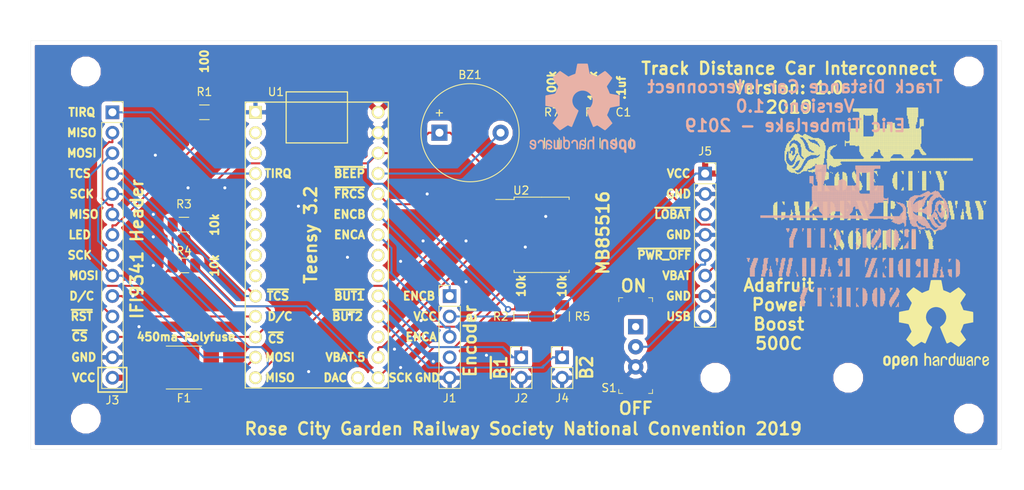
<source format=kicad_pcb>
(kicad_pcb (version 20171130) (host pcbnew "(5.0.2-5)-5")
  (title_block (title "Train Distance Car Interconnect") (date 2019-02-23) (rev v1.0) (company "Timberlake Hobbies") (comment 2 https://creativecommons.org/licenses/by/4.0/) (comment 3 "License: CC BY 4.0") (comment 4 "Author: Eric Timberlake"))
  (layers (0 F.Cu signal) (31 B.Cu signal) (34 B.Paste user hide) (35 F.Paste user hide) (36 B.SilkS user hide) (37 F.SilkS user) (38 B.Mask user) (39 F.Mask user) (44 Edge.Cuts user))
  (net 0 "")
  (net 1 +3V3)
  (net 2 "Net-(BZ1-Pad2)")
  (net 3 VBAT.5)
  (net 4 GND)
  (net 5 "Net-(F1-Pad1)")
  (net 6 +5V)
  (net 7 ENC-B)
  (net 8 ENC-A)
  (net 9 "Net-(J1-Pad4)")
  (net 10 ~BUTTON1)
  (net 11 TIRQ)
  (net 12 MISO)
  (net 13 MOSI)
  (net 14 TCS)
  (net 15 SCK)
  (net 16 "Net-(J3-Pad7)")
  (net 17 DnC)
  (net 18 CS)
  (net 19 ~BUTTON2)
  (net 20 ~LOBAT)
  (net 21 ~PWR_OFF)
  (net 22 VBAT)
  (net 23 "Net-(J5-Pad8)")
  (net 24 "Net-(U1-Pad19)")
  (net 25 "Net-(U1-Pad22)")
  (net 26 "Net-(U1-Pad25)")
  (net 27 "Net-(U1-Pad26)")
  (net 28 ~FRCS)
  (net 29 "Net-(U1-Pad9)")
  (net 30 "Net-(U1-Pad8)")
  (net 31 "Net-(U1-Pad7)")
  (net 32 "Net-(U1-Pad6)")
  (net 33 "Net-(U1-Pad5)")
  (net 34 "Net-(U1-Pad3)")
  (net 35 "Net-(U1-Pad2)")
  (net 36 "Net-(U2-Pad3)")
  (net 37 "Net-(U2-Pad7)")
  (net 38 "Net-(S1-Pad1)")
  (module teensy:Teensy30_31_32_LC_audio_only (layer F.Cu) (at 92.71 88.9 270)
    (fp_text reference U1 (at -19.05 5.08) (layer F.SilkS))
    (fp_text value Teensy3.2)
    (pad 19 thru_hole circle (at 16.51 -5.08 270) (size 1.6 1.6) (drill 1.1) (layers *.Cu *.Mask F.SilkS) (net 24 "Net-(U1-Pad19)"))
    (pad 20 thru_hole circle (at 16.51 -7.62 270) (size 1.6 1.6) (drill 1.1) (layers *.Cu *.Mask F.SilkS) (net 15 SCK))
    (pad 14 thru_hole circle (at 16.51 7.62 270) (size 1.6 1.6) (drill 1.1) (layers *.Cu *.Mask F.SilkS) (net 12 MISO))
    (pad 21 thru_hole circle (at 13.97 -7.62 270) (size 1.6 1.6) (drill 1.1) (layers *.Cu *.Mask F.SilkS) (net 3 VBAT.5))
    (pad 22 thru_hole circle (at 11.43 -7.62 270) (size 1.6 1.6) (drill 1.1) (layers *.Cu *.Mask F.SilkS) (net 25 "Net-(U1-Pad22)"))
    (pad 23 thru_hole circle (at 8.89 -7.62 270) (size 1.6 1.6) (drill 1.1) (layers *.Cu *.Mask F.SilkS) (net 19 ~BUTTON2))
    (pad 24 thru_hole circle (at 6.35 -7.62 270) (size 1.6 1.6) (drill 1.1) (layers *.Cu *.Mask F.SilkS) (net 10 ~BUTTON1))
    (pad 25 thru_hole circle (at 3.81 -7.62 270) (size 1.6 1.6) (drill 1.1) (layers *.Cu *.Mask F.SilkS) (net 26 "Net-(U1-Pad25)"))
    (pad 26 thru_hole circle (at 1.27 -7.62 270) (size 1.6 1.6) (drill 1.1) (layers *.Cu *.Mask F.SilkS) (net 27 "Net-(U1-Pad26)"))
    (pad 27 thru_hole circle (at -1.27 -7.62 270) (size 1.6 1.6) (drill 1.1) (layers *.Cu *.Mask F.SilkS) (net 8 ENC-A))
    (pad 28 thru_hole circle (at -3.81 -7.62 270) (size 1.6 1.6) (drill 1.1) (layers *.Cu *.Mask F.SilkS) (net 7 ENC-B))
    (pad 29 thru_hole circle (at -6.35 -7.62 270) (size 1.6 1.6) (drill 1.1) (layers *.Cu *.Mask F.SilkS) (net 28 ~FRCS))
    (pad 30 thru_hole circle (at -8.89 -7.62 270) (size 1.6 1.6) (drill 1.1) (layers *.Cu *.Mask F.SilkS) (net 2 "Net-(BZ1-Pad2)"))
    (pad 31 thru_hole circle (at -11.43 -7.62 270) (size 1.6 1.6) (drill 1.1) (layers *.Cu *.Mask F.SilkS) (net 1 +3V3))
    (pad 32 thru_hole circle (at -13.97 -7.62 270) (size 1.6 1.6) (drill 1.1) (layers *.Cu *.Mask F.SilkS) (net 4 GND))
    (pad 33 thru_hole circle (at -16.51 -7.62 270) (size 1.6 1.6) (drill 1.1) (layers *.Cu *.Mask F.SilkS) (net 6 +5V))
    (pad 13 thru_hole circle (at 13.97 7.62 270) (size 1.6 1.6) (drill 1.1) (layers *.Cu *.Mask F.SilkS) (net 13 MOSI))
    (pad 12 thru_hole circle (at 11.43 7.62 270) (size 1.6 1.6) (drill 1.1) (layers *.Cu *.Mask F.SilkS) (net 18 CS))
    (pad 11 thru_hole circle (at 8.89 7.62 270) (size 1.6 1.6) (drill 1.1) (layers *.Cu *.Mask F.SilkS) (net 17 DnC))
    (pad 10 thru_hole circle (at 6.35 7.62 270) (size 1.6 1.6) (drill 1.1) (layers *.Cu *.Mask F.SilkS) (net 14 TCS))
    (pad 9 thru_hole circle (at 3.81 7.62 270) (size 1.6 1.6) (drill 1.1) (layers *.Cu *.Mask F.SilkS) (net 29 "Net-(U1-Pad9)"))
    (pad 8 thru_hole circle (at 1.27 7.62 270) (size 1.6 1.6) (drill 1.1) (layers *.Cu *.Mask F.SilkS) (net 30 "Net-(U1-Pad8)"))
    (pad 7 thru_hole circle (at -1.27 7.62 270) (size 1.6 1.6) (drill 1.1) (layers *.Cu *.Mask F.SilkS) (net 31 "Net-(U1-Pad7)"))
    (pad 6 thru_hole circle (at -3.81 7.62 270) (size 1.6 1.6) (drill 1.1) (layers *.Cu *.Mask F.SilkS) (net 32 "Net-(U1-Pad6)"))
    (pad 5 thru_hole circle (at -6.35 7.62 270) (size 1.6 1.6) (drill 1.1) (layers *.Cu *.Mask F.SilkS) (net 33 "Net-(U1-Pad5)"))
    (pad 4 thru_hole circle (at -8.89 7.62 270) (size 1.6 1.6) (drill 1.1) (layers *.Cu *.Mask F.SilkS) (net 11 TIRQ))
    (pad 3 thru_hole circle (at -11.43 7.62 270) (size 1.6 1.6) (drill 1.1) (layers *.Cu *.Mask F.SilkS) (net 34 "Net-(U1-Pad3)"))
    (pad 2 thru_hole circle (at -13.97 7.62 270) (size 1.6 1.6) (drill 1.1) (layers *.Cu *.Mask F.SilkS) (net 35 "Net-(U1-Pad2)"))
    (pad 1 thru_hole rect (at -16.51 7.62 270) (size 1.6 1.6) (drill 1.1) (layers *.Cu *.Mask F.SilkS) (net 4 GND))
  )
  (module Capacitor_SMD:C_1206_3216Metric (layer F.Cu) (at 130.81 76.2 90)
    (fp_text reference C1 (at 3.81 0 180) (layer F.SilkS))
    (fp_text value .1uf)
    (pad 1 smd roundrect (at -1.4 0 90) (size 1.25 1.75) (layers F.Cu F.Paste F.Mask) (roundrect_rratio 0.2) (net 3 VBAT.5))
    (pad 2 smd roundrect (at 1.4 0 90) (size 1.25 1.75) (layers F.Cu F.Paste F.Mask) (roundrect_rratio 0.2) (net 4 GND))
  )
  (module Fuse:Fuse_2920_7451Metric (layer F.Cu) (at 76.2 104.14)
    (fp_text reference F1 (at 0 3.81) (layer F.SilkS))
    (fp_text value "450mA Polyfuse")
    (pad 1 smd roundrect (at -3.3875 0) (size 1.925 5.45) (layers F.Cu F.Paste F.Mask) (roundrect_rratio 0.12987) (net 5 "Net-(F1-Pad1)"))
    (pad 2 smd roundrect (at 3.3875 0) (size 1.925 5.45) (layers F.Cu F.Paste F.Mask) (roundrect_rratio 0.12987) (net 6 +5V))
  )
  (module Connector_PinHeader_2.54mm:PinHeader_1x05_P2.54mm_Vertical (layer F.Cu) (at 109.22 95.25)
    (fp_text reference J1 (at 0 12.7) (layer F.SilkS))
    (fp_text value "Encoder Header")
    (pad 1 thru_hole rect (at 0 0) (size 1.7 1.7) (drill 1) (layers *.Cu *.Mask) (net 7 ENC-B))
    (pad 2 thru_hole oval (at 0 2.54) (size 1.7 1.7) (drill 1) (layers *.Cu *.Mask) (net 6 +5V))
    (pad 3 thru_hole oval (at 0 5.08) (size 1.7 1.7) (drill 1) (layers *.Cu *.Mask) (net 8 ENC-A))
    (pad 4 thru_hole oval (at 0 7.62) (size 1.7 1.7) (drill 1) (layers *.Cu *.Mask) (net 9 "Net-(J1-Pad4)"))
    (pad 5 thru_hole oval (at 0 10.16) (size 1.7 1.7) (drill 1) (layers *.Cu *.Mask) (net 4 GND))
  )
  (module Connector_PinHeader_2.54mm:PinHeader_1x02_P2.54mm_Vertical (layer F.Cu) (at 118.11 102.87)
    (fp_text reference J2 (at 0 5.08) (layer F.SilkS))
    (fp_text value "Button Header")
    (pad 2 thru_hole oval (at 0 2.54) (size 1.7 1.7) (drill 1) (layers *.Cu *.Mask) (net 4 GND))
    (pad 1 thru_hole rect (at 0 0) (size 1.7 1.7) (drill 1) (layers *.Cu *.Mask) (net 10 ~BUTTON1))
  )
  (module Connector_PinSocket_2.54mm:PinSocket_1x14_P2.54mm_Vertical (layer F.Cu) (at 67.31 72.39)
    (fp_text reference J3 (at 0 35.814) (layer F.SilkS))
    (fp_text value "IFI9431 Header")
    (pad 1 thru_hole rect (at 0 0) (size 1.7 1.7) (drill 1) (layers *.Cu *.Mask) (net 11 TIRQ))
    (pad 2 thru_hole oval (at 0 2.54) (size 1.7 1.7) (drill 1) (layers *.Cu *.Mask) (net 12 MISO))
    (pad 3 thru_hole oval (at 0 5.08) (size 1.7 1.7) (drill 1) (layers *.Cu *.Mask) (net 13 MOSI))
    (pad 4 thru_hole oval (at 0 7.62) (size 1.7 1.7) (drill 1) (layers *.Cu *.Mask) (net 14 TCS))
    (pad 5 thru_hole oval (at 0 10.16) (size 1.7 1.7) (drill 1) (layers *.Cu *.Mask) (net 15 SCK))
    (pad 6 thru_hole oval (at 0 12.7) (size 1.7 1.7) (drill 1) (layers *.Cu *.Mask) (net 12 MISO))
    (pad 7 thru_hole oval (at 0 15.24) (size 1.7 1.7) (drill 1) (layers *.Cu *.Mask) (net 16 "Net-(J3-Pad7)"))
    (pad 8 thru_hole oval (at 0 17.78) (size 1.7 1.7) (drill 1) (layers *.Cu *.Mask) (net 15 SCK))
    (pad 9 thru_hole oval (at 0 20.32) (size 1.7 1.7) (drill 1) (layers *.Cu *.Mask) (net 13 MOSI))
    (pad 10 thru_hole oval (at 0 22.86) (size 1.7 1.7) (drill 1) (layers *.Cu *.Mask) (net 17 DnC))
    (pad 11 thru_hole oval (at 0 25.4) (size 1.7 1.7) (drill 1) (layers *.Cu *.Mask) (net 1 +3V3))
    (pad 12 thru_hole oval (at 0 27.94) (size 1.7 1.7) (drill 1) (layers *.Cu *.Mask) (net 18 CS))
    (pad 13 thru_hole oval (at 0 30.48) (size 1.7 1.7) (drill 1) (layers *.Cu *.Mask) (net 4 GND))
    (pad 14 thru_hole oval (at 0 33.02) (size 1.7 1.7) (drill 1) (layers *.Cu *.Mask) (net 5 "Net-(F1-Pad1)"))
  )
  (module Connector_PinHeader_2.54mm:PinHeader_1x02_P2.54mm_Vertical (layer F.Cu) (at 123.19 102.87)
    (fp_text reference J4 (at 0 5.08) (layer F.SilkS))
    (fp_text value "Button Header")
    (pad 1 thru_hole rect (at 0 0) (size 1.7 1.7) (drill 1) (layers *.Cu *.Mask) (net 19 ~BUTTON2))
    (pad 2 thru_hole oval (at 0 2.54) (size 1.7 1.7) (drill 1) (layers *.Cu *.Mask) (net 4 GND))
  )
  (module Connector_PinSocket_2.54mm:PinSocket_1x08_P2.54mm_Vertical (layer F.Cu) (at 140.97 80.01)
    (fp_text reference J5 (at 0 -2.77) (layer F.SilkS))
    (fp_text value "Adafruit 500C Header")
    (pad 1 thru_hole rect (at 0 0) (size 1.7 1.7) (drill 1) (layers *.Cu *.Mask) (net 6 +5V))
    (pad 2 thru_hole oval (at 0 2.54) (size 1.7 1.7) (drill 1) (layers *.Cu *.Mask) (net 4 GND))
    (pad 3 thru_hole oval (at 0 5.08) (size 1.7 1.7) (drill 1) (layers *.Cu *.Mask) (net 20 ~LOBAT))
    (pad 4 thru_hole oval (at 0 7.62) (size 1.7 1.7) (drill 1) (layers *.Cu *.Mask) (net 4 GND))
    (pad 5 thru_hole oval (at 0 10.16) (size 1.7 1.7) (drill 1) (layers *.Cu *.Mask) (net 21 ~PWR_OFF))
    (pad 6 thru_hole oval (at 0 12.7) (size 1.7 1.7) (drill 1) (layers *.Cu *.Mask) (net 22 VBAT))
    (pad 7 thru_hole oval (at 0 15.24) (size 1.7 1.7) (drill 1) (layers *.Cu *.Mask) (net 4 GND))
    (pad 8 thru_hole oval (at 0 17.78) (size 1.7 1.7) (drill 1) (layers *.Cu *.Mask) (net 23 "Net-(J5-Pad8)"))
  )
  (module Resistor_SMD:R_1206_3216Metric (layer F.Cu) (at 78.74 72.39 180)
    (fp_text reference R1 (at 0 2.54 180) (layer F.SilkS))
    (fp_text value 100)
    (pad 1 smd roundrect (at -1.4 0 180) (size 1.25 1.75) (layers F.Cu F.Paste F.Mask) (roundrect_rratio 0.2) (net 6 +5V))
    (pad 2 smd roundrect (at 1.4 0 180) (size 1.25 1.75) (layers F.Cu F.Paste F.Mask) (roundrect_rratio 0.2) (net 16 "Net-(J3-Pad7)"))
  )
  (module Resistor_SMD:R_1206_3216Metric (layer F.Cu) (at 118.11 97.79 270)
    (fp_text reference R2 (at 0 2.54) (layer F.SilkS))
    (fp_text value 10k)
    (pad 1 smd roundrect (at -1.4 0 270) (size 1.25 1.75) (layers F.Cu F.Paste F.Mask) (roundrect_rratio 0.2) (net 1 +3V3))
    (pad 2 smd roundrect (at 1.4 0 270) (size 1.25 1.75) (layers F.Cu F.Paste F.Mask) (roundrect_rratio 0.2) (net 10 ~BUTTON1))
  )
  (module Resistor_SMD:R_1206_3216Metric (layer F.Cu) (at 76.2 86.36)
    (fp_text reference R3 (at 0 -2.54) (layer F.SilkS))
    (fp_text value 10k)
    (pad 2 smd roundrect (at 1.4 0) (size 1.25 1.75) (layers F.Cu F.Paste F.Mask) (roundrect_rratio 0.2) (net 14 TCS))
    (pad 1 smd roundrect (at -1.4 0) (size 1.25 1.75) (layers F.Cu F.Paste F.Mask) (roundrect_rratio 0.2) (net 1 +3V3))
  )
  (module Resistor_SMD:R_1206_3216Metric (layer F.Cu) (at 76.2 91.44)
    (fp_text reference R4 (at 0 -1.82) (layer F.SilkS))
    (fp_text value 10k)
    (pad 1 smd roundrect (at -1.4 0) (size 1.25 1.75) (layers F.Cu F.Paste F.Mask) (roundrect_rratio 0.2) (net 1 +3V3))
    (pad 2 smd roundrect (at 1.4 0) (size 1.25 1.75) (layers F.Cu F.Paste F.Mask) (roundrect_rratio 0.2) (net 18 CS))
  )
  (module Resistor_SMD:R_1206_3216Metric (layer F.Cu) (at 123.19 97.79 270)
    (fp_text reference R5 (at 0 -2.54) (layer F.SilkS))
    (fp_text value 10k)
    (pad 2 smd roundrect (at 1.4 0 270) (size 1.25 1.75) (layers F.Cu F.Paste F.Mask) (roundrect_rratio 0.2) (net 19 ~BUTTON2))
    (pad 1 smd roundrect (at -1.4 0 270) (size 1.25 1.75) (layers F.Cu F.Paste F.Mask) (roundrect_rratio 0.2) (net 1 +3V3))
  )
  (module Resistor_SMD:R_1206_3216Metric (layer F.Cu) (at 127 76.2 270)
    (fp_text reference R6 (at -3.81 0) (layer F.SilkS))
    (fp_text value 100k)
    (pad 2 smd roundrect (at 1.4 0 270) (size 1.25 1.75) (layers F.Cu F.Paste F.Mask) (roundrect_rratio 0.2) (net 3 VBAT.5))
    (pad 1 smd roundrect (at -1.4 0 270) (size 1.25 1.75) (layers F.Cu F.Paste F.Mask) (roundrect_rratio 0.2) (net 22 VBAT))
  )
  (module Resistor_SMD:R_1206_3216Metric (layer F.Cu) (at 121.92 76.2 90)
    (fp_text reference R7 (at 3.81 0 180) (layer F.SilkS))
    (fp_text value 100k)
    (pad 1 smd roundrect (at -1.4 0 90) (size 1.25 1.75) (layers F.Cu F.Paste F.Mask) (roundrect_rratio 0.2) (net 3 VBAT.5))
    (pad 2 smd roundrect (at 1.4 0 90) (size 1.25 1.75) (layers F.Cu F.Paste F.Mask) (roundrect_rratio 0.2) (net 4 GND))
  )
  (module Package_SO:SOP-8_6.62x9.15mm_P2.54mm (layer F.Cu) (at 120.65 87.63)
    (fp_text reference U2 (at -2.54 -5.52) (layer F.SilkS))
    (fp_text value MB85RS16)
    (pad 1 smd roundrect (at -4.525 -3.81) (size 2.35 0.65) (layers F.Cu F.Paste F.Mask) (net 28 ~FRCS))
    (pad 2 smd roundrect (at -4.525 -1.27) (size 2.35 0.65) (layers F.Cu F.Paste F.Mask) (net 12 MISO))
    (pad 3 smd roundrect (at -4.525 1.27) (size 2.35 0.65) (layers F.Cu F.Paste F.Mask) (net 36 "Net-(U2-Pad3)"))
    (pad 4 smd roundrect (at -4.525 3.81) (size 2.35 0.65) (layers F.Cu F.Paste F.Mask) (net 4 GND))
    (pad 5 smd roundrect (at 4.525 3.81) (size 2.35 0.65) (layers F.Cu F.Paste F.Mask) (net 13 MOSI))
    (pad 6 smd roundrect (at 4.525 1.27) (size 2.35 0.65) (layers F.Cu F.Paste F.Mask) (net 15 SCK))
    (pad 7 smd roundrect (at 4.525 -1.27) (size 2.35 0.65) (layers F.Cu F.Paste F.Mask) (net 37 "Net-(U2-Pad7)"))
    (pad 8 smd roundrect (at 4.525 -3.81) (size 2.35 0.65) (layers F.Cu F.Paste F.Mask) (net 1 +3V3))
  )
  (module digikey-footprints:Switch_Slide_11.6x4mm_EG1218 (layer F.Cu) (at 132.334 99.06 270)
    (fp_text reference S1 (at 7.62 3.302) (layer F.SilkS))
    (fp_text value EG1218)
    (pad 1 thru_hole rect (at 0 0 270) (size 1.9 1.9) (drill 0.9) (layers *.Cu *.Mask) (net 38 "Net-(S1-Pad1)"))
    (pad 2 thru_hole circle (at 2.5 0 270) (size 1.9 1.9) (drill 0.9) (layers *.Cu *.Mask) (net 21 ~PWR_OFF))
    (pad 3 thru_hole circle (at 5 0 270) (size 1.9 1.9) (drill 0.9) (layers *.Cu *.Mask) (net 4 GND))
  )
  (module Buzzer_Beeper:Buzzer_12x9.5RM7.6 (layer F.Cu) (at 107.95 74.93)
    (fp_text reference BZ1 (at 3.8 -7.2) (layer F.SilkS))
    (fp_text value Buzzer)
    (fp_text user + (at -0.01 -2.54) (layer F.SilkS))
    (pad 1 thru_hole rect (at 0 0) (size 2 2) (drill 1) (layers *.Cu *.Mask) (net 1 +3V3))
    (pad 2 thru_hole circle (at 7.6 0) (size 2 2) (drill 1) (layers *.Cu *.Mask) (net 2 "Net-(BZ1-Pad2)"))
  )
  (module MountingHole:MountingHole_2.7mm_M2.5 (layer F.Cu) (at 64.008 67.31)
    (fp_text reference H1 hide)
    (fp_text value hole hide)
    (pad 1 np_thru_hole circle (at 0 0) (size 2.7 2.7) (drill 2.7) (layers *.Cu *.Mask))
  )
  (module MountingHole:MountingHole_2.7mm_M2.5 (layer F.Cu) (at 64.008 110.49)
    (fp_text reference H2 hide)
    (fp_text value hole hide)
    (pad 1 np_thru_hole circle (at 0 0) (size 2.7 2.7) (drill 2.7) (layers *.Cu *.Mask))
  )
  (module MountingHole:MountingHole_2.7mm_M2.5 (layer F.Cu) (at 142.24 105.41)
    (fp_text reference H3 hide)
    (fp_text value hole hide)
    (pad 1 np_thru_hole circle (at 0 0) (size 2.7 2.7) (drill 2.7) (layers *.Cu *.Mask))
  )
  (module MountingHole:MountingHole_2.7mm_M2.5 (layer F.Cu) (at 158.75 105.41)
    (fp_text reference H4 hide)
    (fp_text value hole hide)
    (pad 1 np_thru_hole circle (at 0 0) (size 2.7 2.7) (drill 2.7) (layers *.Cu *.Mask))
  )
  (module MountingHole:MountingHole_2.7mm_M2.5 (layer F.Cu) (at 173.736 67.31)
    (fp_text reference H5 hide)
    (fp_text value hole hide)
    (pad 1 np_thru_hole circle (at 0 0) (size 2.7 2.7) (drill 2.7) (layers *.Cu *.Mask))
  )
  (module MountingHole:MountingHole_2.7mm_M2.5 (layer F.Cu) (at 173.736 110.49)
    (fp_text reference H6 hide)
    (fp_text value hole hide)
    (pad 1 np_thru_hole circle (at 0 0) (size 2.7 2.7) (drill 2.7) (layers *.Cu *.Mask))
  )
  (module Symbol:OSHW-Logo2_14.6x12mm_SilkScreen (layer B.Cu) (at 125.73 71.882 180)
    (fp_text reference REF** hide)
    (fp_text value OSHW-Logo2_14.6x12mm_SilkScreen hide)
  )
  (module Symbol:OSHW-Logo2_14.6x12mm_SilkScreen (layer F.Cu) (at 169.672 98.806)
    (fp_text reference REF** hide)
    (fp_text value OSHW-Logo2_14.6x12mm_SilkScreen hide)
  )
  (module teensy:RCGRS_sm (layer F.Cu) (at 148.336 70.104)
    (fp_text reference RCGRS_sm hide)
    (fp_text value "" (at 0 0) (layer F.SilkS) (effects (font (size 1.27 1.27))))
  )
  (module teensy:RCGRS_sm (layer B.Cu) (at 173.736 77.216 180)
    (fp_text reference RCGRS_sm hide)
    (fp_text value "" (at 0 0 180) (layer B.SilkS) (effects (font (size 1.27 1.27)) (justify mirror)))
  )
  (gr_text VBAT.5 (at 96.266 102.87) (layer F.SilkS) (effects (font (size 1 1) (thickness 0.25))))
  (gr_text USB (at 137.668 97.79) (layer F.SilkS) (effects (font (size 1 1) (thickness 0.25))))
  (gr_text GND (at 137.668 95.25) (layer F.SilkS) (effects (font (size 1 1) (thickness 0.25))))
  (gr_text VBAT (at 137.414 92.71) (layer F.SilkS) (effects (font (size 1 1) (thickness 0.25))))
  (gr_text ~PWR_OFF (at 135.89 90.17) (layer F.SilkS) (effects (font (size 1 1) (thickness 0.25))))
  (gr_text GND (at 137.668 87.63) (layer F.SilkS) (effects (font (size 1 1) (thickness 0.25))))
  (gr_text ~LOBAT (at 136.906 85.09) (layer F.SilkS) (effects (font (size 1 1) (thickness 0.25))))
  (gr_text GND (at 137.668 82.55) (layer F.SilkS) (effects (font (size 1 1) (thickness 0.25))))
  (gr_text VCC (at 137.668 80.01) (layer F.SilkS) (effects (font (size 1 1) (thickness 0.25))))
  (gr_text ~BEEP (at 96.774 80.01) (layer F.SilkS) (effects (font (size 1 1) (thickness 0.25))))
  (gr_text ~FRCS (at 96.774 82.55) (layer F.SilkS) (effects (font (size 1 1) (thickness 0.25))))
  (gr_text GND (at 106.426 105.41) (layer F.SilkS) (effects (font (size 1 1) (thickness 0.25))))
  (gr_text VCC (at 106.172 97.79) (layer F.SilkS) (effects (font (size 1 1) (thickness 0.25))))
  (gr_text ENCA (at 105.664 100.33) (layer F.SilkS) (effects (font (size 1 1) (thickness 0.25))))
  (gr_text ENCB (at 105.41 95.25) (layer F.SilkS) (effects (font (size 1 1) (thickness 0.25))))
  (gr_text ENCB (at 96.774 85.09) (layer F.SilkS) (effects (font (size 1 1) (thickness 0.25))))
  (gr_text ENCA (at 96.774 87.63) (layer F.SilkS) (effects (font (size 1 1) (thickness 0.25))))
  (gr_text ~BUT2 (at 96.52 97.79) (layer F.SilkS) (effects (font (size 1 1) (thickness 0.25))))
  (gr_text ~BUT1 (at 96.774 95.25) (layer F.SilkS) (effects (font (size 1 1) (thickness 0.25))))
  (gr_text DAC (at 94.996 105.41) (layer F.SilkS) (effects (font (size 1 1) (thickness 0.25))))
  (gr_text SCK (at 103.124 105.41) (layer F.SilkS) (effects (font (size 1 1) (thickness 0.25))))
  (gr_text ~TCS (at 87.884 95.25) (layer F.SilkS) (effects (font (size 1 1) (thickness 0.25))))
  (gr_text D/C (at 88.138 97.79) (layer F.SilkS) (effects (font (size 1 1) (thickness 0.25))))
  (gr_text ~CS (at 87.63 100.584) (layer F.SilkS) (effects (font (size 1 1) (thickness 0.25))))
  (gr_text MOSI (at 88.138 102.87) (layer F.SilkS) (effects (font (size 1 1) (thickness 0.25))))
  (gr_text MISO (at 88.138 105.41) (layer F.SilkS) (effects (font (size 1 1) (thickness 0.25))))
  (gr_text TIRQ (at 87.884 80.01) (layer F.SilkS) (effects (font (size 1 1) (thickness 0.25))))
  (gr_text TIRQ (at 63.5 72.39) (layer F.SilkS) (effects (font (size 1 1) (thickness 0.25))))
  (gr_text MISO (at 63.5 74.93) (layer F.SilkS) (effects (font (size 1 1) (thickness 0.25))))
  (gr_text MOSI (at 63.5 77.47) (layer F.SilkS) (effects (font (size 1 1) (thickness 0.25))))
  (gr_text TCS (at 63.246 80.01) (layer F.SilkS) (effects (font (size 1 1) (thickness 0.25))))
  (gr_text SCK (at 63.5 82.55) (layer F.SilkS) (effects (font (size 1 1) (thickness 0.25))))
  (gr_text MISO (at 63.754 85.09) (layer F.SilkS) (effects (font (size 1 1) (thickness 0.25))))
  (gr_text LED (at 63.246 87.63) (layer F.SilkS) (effects (font (size 1 1) (thickness 0.25))))
  (gr_text SCK (at 63.246 90.17) (layer F.SilkS) (effects (font (size 1 1) (thickness 0.25))))
  (gr_text MOSI (at 63.754 92.71) (layer F.SilkS) (effects (font (size 1 1) (thickness 0.25))))
  (gr_text D/C (at 63.5 95.25) (layer F.SilkS) (effects (font (size 1 1) (thickness 0.25))))
  (gr_text ~RST (at 63.5 97.79) (layer F.SilkS) (effects (font (size 1 1) (thickness 0.25))))
  (gr_text ~CS (at 63.246 100.33) (layer F.SilkS) (effects (font (size 1 1) (thickness 0.25))))
  (gr_text GND (at 63.754 102.87) (layer F.SilkS) (effects (font (size 1 1) (thickness 0.25))))
  (gr_text VCC (at 63.754 105.41) (layer F.SilkS) (effects (font (size 1 1) (thickness 0.25))))
  (gr_line (start 65.532 107.188) (end 65.532 104.14) (layer F.SilkS) (width 0.2))
  (gr_line (start 69.088 107.188) (end 65.532 107.188) (layer F.SilkS) (width 0.2))
  (gr_line (start 69.088 104.14) (end 69.088 107.188) (layer F.SilkS) (width 0.2))
  (gr_line (start 65.532 104.14) (end 69.088 104.14) (layer F.SilkS) (width 0.2))
  (gr_text "450ma Polyfuse" (at 76.454 100.33) (layer F.SilkS) (effects (font (size 1 1) (thickness 0.25))))
  (gr_text 100 (at 78.74 66.04 90) (layer F.SilkS) (effects (font (size 1 1) (thickness 0.25))))
  (gr_text 10k (at 80.01 91.44 90) (layer F.SilkS) (effects (font (size 1 1) (thickness 0.25))))
  (gr_text 10k (at 80.01 86.36 90) (layer F.SilkS) (effects (font (size 1 1) (thickness 0.25))))
  (gr_text 10k (at 118.11 93.98 90) (layer F.SilkS) (effects (font (size 1 1) (thickness 0.25))))
  (gr_text 10k (at 123.19 93.98 90) (layer F.SilkS) (effects (font (size 1 1) (thickness 0.25))))
  (gr_text .1uf (at 130.556 69.342 90) (layer F.SilkS) (effects (font (size 1 1) (thickness 0.25))))
  (gr_text 100k (at 121.92 69.088 90) (layer F.SilkS) (effects (font (size 1 1) (thickness 0.25))))
  (gr_text 100k (at 127 69.088 90) (layer F.SilkS) (effects (font (size 1 1) (thickness 0.25))))
  (gr_text "Teensy 3.2" (at 91.948 87.63 90) (layer F.SilkS) (effects (font (size 1.5 1.5) (thickness 0.3))))
  (gr_text "IFI9341 Header" (at 70.358 89.408 90) (layer F.SilkS) (effects (font (size 1.5 1.5) (thickness 0.3))))
  (gr_text Encoder (at 111.76 100.838 90) (layer F.SilkS) (effects (font (size 1.5 1.5) (thickness 0.3))))
  (gr_text ~B2 (at 126.238 104.14 90) (layer F.SilkS) (effects (font (size 1.5 1.5) (thickness 0.3))))
  (gr_text ~B1 (at 115.57 104.14 90) (layer F.SilkS) (effects (font (size 1.5 1.5) (thickness 0.3))))
  (gr_text MB85516 (at 128.27 87.376 90) (layer F.SilkS) (effects (font (size 1.5 1.5) (thickness 0.3))))
  (gr_text "Adafruit\nPower\nBoost\n500C" (at 150.114 97.536) (layer F.SilkS) (effects (font (size 1.5 1.5) (thickness 0.3))))
  (gr_text "Track Distance Car Interconnect\nVersion: 1.0\n2019" (at 151.384 69.342) (layer F.SilkS) (effects (font (size 1.5 1.5) (thickness 0.3))))
  (gr_text "Rose City Garden Railway Society National Convention 2019" (at 118.364 111.76) (layer F.SilkS) (effects (font (size 1.5 1.5) (thickness 0.3))))
  (gr_text OFF (at 132.334 109.22) (layer F.SilkS) (effects (font (size 1.5 1.5) (thickness 0.3))))
  (gr_text ON (at 132.08 93.98) (layer F.SilkS) (effects (font (size 1.5 1.5) (thickness 0.3))))
  (gr_text "Track Distance Car Interconnect\nVersion:  1.0\nEric Timberlake - 2019" (at 152.146 71.628) (layer B.SilkS) (effects (font (size 1.5 1.5) (thickness 0.3)) (justify mirror)))
  (gr_line (start 177.8 114.3) (end 57.15 114.3) (layer Edge.Cuts) (width 0.0254))
  (gr_line (start 177.8 63.5) (end 177.8 114.3) (layer Edge.Cuts) (width 0.0254))
  (gr_line (start 57.15 63.5) (end 177.8 63.5) (layer Edge.Cuts) (width 0.0254))
  (gr_line (start 57.15 114.3) (end 57.15 63.5) (layer Edge.Cuts) (width 0.0254))
  (via (at 81.28 81.788) (size 0.762) (drill 0.381) (layers F.Cu B.Cu) (net 4))
  (segment (start 107.95 74.93) (end 109.2753 74.93) (width 0.25) (layer F.Cu) (net 1))
  (segment (start 125.175 83.82) (end 118.1653 83.82) (width 0.25) (layer F.Cu) (net 1))
  (segment (start 118.1653 83.82) (end 109.2753 74.93) (width 0.25) (layer F.Cu) (net 1))
  (segment (start 100.33 77.47) (end 99.06 78.74) (width 0.25) (layer F.Cu) (net 1))
  (segment (start 99.06 78.74) (end 82.42 78.74) (width 0.25) (layer F.Cu) (net 1))
  (segment (start 82.42 78.74) (end 74.8 86.36) (width 0.25) (layer F.Cu) (net 1))
  (segment (start 106.6247 74.93) (end 104.0847 77.47) (width 0.25) (layer F.Cu) (net 1))
  (segment (start 104.0847 77.47) (end 100.33 77.47) (width 0.25) (layer F.Cu) (net 1))
  (segment (start 74.8 91.44) (end 72.26 93.98) (width 0.25) (layer F.Cu) (net 1))
  (segment (start 72.26 93.98) (end 66.8893 93.98) (width 0.25) (layer F.Cu) (net 1))
  (segment (start 74.8 86.36) (end 74.8 91.44) (width 0.25) (layer F.Cu) (net 1))
  (segment (start 116.4832 96.8919) (end 117.6081 96.8919) (width 0.25) (layer F.Cu) (net 1))
  (segment (start 117.6081 96.8919) (end 118.11 96.39) (width 0.25) (layer F.Cu) (net 1))
  (segment (start 100.2047 77.47) (end 99.06 78.6147) (width 0.25) (layer B.Cu) (net 1))
  (segment (start 99.06 78.6147) (end 99.06 80.5313) (width 0.25) (layer B.Cu) (net 1))
  (segment (start 99.06 80.518) (end 99.8087 81.2667) (width 0.25) (layer B.Cu) (net 1))
  (segment (start 99.9007 81.28) (end 100.838 81.28) (width 0.25) (layer B.Cu) (net 1))
  (segment (start 100.8713 81.28) (end 116.4832 96.8919) (width 0.25) (layer B.Cu) (net 1))
  (segment (start 123.19 96.39) (end 118.11 96.39) (width 0.25) (layer F.Cu) (net 1))
  (segment (start 107.95 74.93) (end 106.6247 74.93) (width 0.25) (layer F.Cu) (net 1))
  (via (at 116.4832 96.8919) (size 0.8) (drill 0.4) (layers F.Cu B.Cu) (net 1))
  (segment (start 66.8893 93.98) (end 66.294 93.98) (width 0.254) (layer F.Cu) (net 1))
  (segment (start 66.294 93.98) (end 65.278 94.996) (width 0.254) (layer F.Cu) (net 1))
  (segment (start 65.278 94.996) (end 65.278 95.758) (width 0.254) (layer F.Cu) (net 1))
  (segment (start 65.278 95.758) (end 67.31 97.79) (width 0.254) (layer F.Cu) (net 1))
  (segment (start 100.33 80.01) (end 110.47 80.01) (width 0.25) (layer B.Cu) (net 2))
  (segment (start 110.47 80.01) (end 115.55 74.93) (width 0.25) (layer B.Cu) (net 2))
  (segment (start 115.0944 87.1796) (end 122.4287 87.1796) (width 0.25) (layer F.Cu) (net 3))
  (segment (start 125.8481 85.09) (end 127 83.9381) (width 0.25) (layer F.Cu) (net 3))
  (segment (start 127 83.9381) (end 127 77.6) (width 0.25) (layer F.Cu) (net 3))
  (segment (start 127 77.6) (end 130.81 77.6) (width 0.25) (layer F.Cu) (net 3))
  (segment (start 127 77.6) (end 121.92 77.6) (width 0.25) (layer F.Cu) (net 3))
  (segment (start 122.4287 87.16266) (end 122.428 87.16196) (width 0.254) (layer F.Cu) (net 3))
  (segment (start 122.4287 87.1796) (end 122.4287 87.16266) (width 0.254) (layer F.Cu) (net 3))
  (segment (start 122.428 87.16196) (end 122.428 87.122) (width 0.254) (layer F.Cu) (net 3))
  (segment (start 124.46 85.09) (end 124.714 85.09) (width 0.254) (layer F.Cu) (net 3))
  (segment (start 122.428 87.122) (end 124.46 85.09) (width 0.254) (layer F.Cu) (net 3))
  (segment (start 124.714 85.09) (end 125.8481 85.09) (width 0.25) (layer F.Cu) (net 3))
  (segment (start 124.5183 85.09) (end 124.714 85.09) (width 0.25) (layer F.Cu) (net 3))
  (segment (start 100.33 101.73863) (end 100.46863 101.6) (width 0.254) (layer F.Cu) (net 3))
  (segment (start 100.33 102.87) (end 100.33 101.73863) (width 0.254) (layer F.Cu) (net 3))
  (segment (start 100.46863 101.6) (end 100.838 101.6) (width 0.254) (layer F.Cu) (net 3))
  (segment (start 100.838 101.6) (end 107.696 94.742) (width 0.254) (layer F.Cu) (net 3))
  (segment (start 107.696 94.388198) (end 108.104198 93.98) (width 0.254) (layer F.Cu) (net 3))
  (segment (start 107.696 94.742) (end 107.696 94.388198) (width 0.254) (layer F.Cu) (net 3))
  (segment (start 115.0044 87.1796) (end 115.0944 87.1796) (width 0.254) (layer F.Cu) (net 3))
  (segment (start 108.204 93.98) (end 115.0044 87.1796) (width 0.254) (layer F.Cu) (net 3))
  (segment (start 108.104198 93.98) (end 108.204 93.98) (width 0.254) (layer F.Cu) (net 3))
  (segment (start 67.31 102.87) (end 68.4853 102.87) (width 0.25) (layer B.Cu) (net 4))
  (segment (start 109.22 105.41) (end 108.0447 105.41) (width 0.25) (layer B.Cu) (net 4))
  (via (at 70.612 99.06) (size 0.762) (drill 0.381) (layers F.Cu B.Cu) (net 4))
  (via (at 90.424 84.074) (size 0.762) (drill 0.381) (layers F.Cu B.Cu) (net 4))
  (via (at 96.52 90.424) (size 0.762) (drill 0.381) (layers F.Cu B.Cu) (net 4))
  (via (at 106.426 82.55) (size 0.762) (drill 0.381) (layers F.Cu B.Cu) (net 4))
  (via (at 103.124 104.14) (size 0.762) (drill 0.381) (layers F.Cu B.Cu) (net 4))
  (via (at 91.694 104.648) (size 0.762) (drill 0.381) (layers F.Cu B.Cu) (net 4))
  (via (at 69.85 95.25) (size 0.762) (drill 0.381) (layers F.Cu B.Cu) (net 4))
  (via (at 121.158 85.344) (size 0.762) (drill 0.381) (layers F.Cu B.Cu) (net 4))
  (via (at 118.618 89.154) (size 0.762) (drill 0.381) (layers F.Cu B.Cu) (net 4))
  (via (at 102.362 101.854) (size 0.762) (drill 0.381) (layers F.Cu B.Cu) (net 4))
  (via (at 96.774 97.536) (size 0.762) (drill 0.381) (layers F.Cu B.Cu) (net 4))
  (via (at 111.252 88.392) (size 0.762) (drill 0.381) (layers F.Cu B.Cu) (net 4))
  (via (at 111.252 93.472) (size 0.762) (drill 0.381) (layers F.Cu B.Cu) (net 4))
  (via (at 105.918 88.392) (size 0.762) (drill 0.381) (layers F.Cu B.Cu) (net 4))
  (via (at 103.124 90.932) (size 0.762) (drill 0.381) (layers F.Cu B.Cu) (net 4))
  (via (at 72.644 77.724) (size 0.762) (drill 0.381) (layers F.Cu B.Cu) (net 4))
  (via (at 76.708 81.788) (size 0.762) (drill 0.381) (layers F.Cu B.Cu) (net 4))
  (via (at 72.39 85.09) (size 0.762) (drill 0.381) (layers F.Cu B.Cu) (net 4))
  (via (at 72.39 87.884) (size 0.762) (drill 0.381) (layers F.Cu B.Cu) (net 4))
  (via (at 72.39 91.44) (size 0.762) (drill 0.381) (layers F.Cu B.Cu) (net 4))
  (via (at 105.664 98.298) (size 0.762) (drill 0.381) (layers F.Cu B.Cu) (net 4))
  (via (at 113.792 102.616) (size 0.762) (drill 0.381) (layers F.Cu B.Cu) (net 4))
  (via (at 107.188 103.378) (size 0.762) (drill 0.381) (layers F.Cu B.Cu) (net 4))
  (segment (start 71.5425 105.41) (end 72.8125 104.14) (width 0.762) (layer F.Cu) (net 5))
  (segment (start 67.31 105.41) (end 71.5425 105.41) (width 0.762) (layer F.Cu) (net 5))
  (segment (start 140.97 80.01) (end 139.7947 80.01) (width 0.25) (layer B.Cu) (net 6))
  (segment (start 139.7947 80.01) (end 122.0147 97.79) (width 0.25) (layer B.Cu) (net 6))
  (segment (start 122.0147 97.79) (end 109.22 97.79) (width 0.25) (layer B.Cu) (net 6))
  (segment (start 142.582 80.01) (end 140.97 80.01) (width 0.762) (layer F.Cu) (net 6))
  (segment (start 146.558 83.986) (end 142.582 80.01) (width 0.762) (layer F.Cu) (net 6))
  (segment (start 83.312 109.728) (end 143.764 109.728) (width 0.762) (layer F.Cu) (net 6))
  (segment (start 146.558 106.934) (end 146.558 83.986) (width 0.762) (layer F.Cu) (net 6))
  (segment (start 80.62071 107.03671) (end 83.312 109.728) (width 0.762) (layer F.Cu) (net 6))
  (segment (start 80.62071 105.17321) (end 80.62071 107.03671) (width 0.762) (layer F.Cu) (net 6))
  (segment (start 143.764 109.728) (end 146.558 106.934) (width 0.762) (layer F.Cu) (net 6))
  (segment (start 79.5875 104.14) (end 80.62071 105.17321) (width 0.762) (layer F.Cu) (net 6))
  (segment (start 80.14 72.39) (end 80.14 70.736) (width 0.762) (layer F.Cu) (net 6))
  (segment (start 80.14 70.736) (end 81.788 69.088) (width 0.762) (layer F.Cu) (net 6))
  (segment (start 97.028 69.088) (end 100.33 72.39) (width 0.762) (layer F.Cu) (net 6))
  (segment (start 81.788 69.088) (end 97.028 69.088) (width 0.762) (layer F.Cu) (net 6))
  (segment (start 136.144 69.342) (end 140.97 74.168) (width 0.762) (layer F.Cu) (net 6))
  (segment (start 140.97 74.168) (end 140.97 80.01) (width 0.762) (layer F.Cu) (net 6))
  (segment (start 103.378 69.342) (end 136.144 69.342) (width 0.762) (layer F.Cu) (net 6))
  (segment (start 100.33 72.39) (end 103.378 69.342) (width 0.762) (layer F.Cu) (net 6))
  (segment (start 100.33 85.09) (end 109.22 93.98) (width 0.25) (layer B.Cu) (net 7))
  (segment (start 109.22 93.98) (end 109.22 95.25) (width 0.25) (layer B.Cu) (net 7))
  (segment (start 100.33 87.63) (end 101.9924 89.2924) (width 0.25) (layer B.Cu) (net 8))
  (segment (start 108.8527 99.1547) (end 109.22 99.1547) (width 0.25) (layer B.Cu) (net 8))
  (segment (start 109.22 100.33) (end 109.22 99.1547) (width 0.25) (layer B.Cu) (net 8))
  (segment (start 108.458 98.9007) (end 108.712 99.1547) (width 0.25) (layer B.Cu) (net 8))
  (segment (start 108.8527 99.1547) (end 108.712 99.1547) (width 0.254) (layer B.Cu) (net 8))
  (segment (start 101.9924 91.694) (end 101.9924 92.4351) (width 0.254) (layer B.Cu) (net 8))
  (segment (start 101.9924 91.694) (end 101.9924 92.2944) (width 0.25) (layer B.Cu) (net 8))
  (segment (start 101.8517 92.2944) (end 102.0133 92.456) (width 0.25) (layer B.Cu) (net 8))
  (segment (start 101.9924 92.4351) (end 102.0133 92.456) (width 0.254) (layer B.Cu) (net 8))
  (segment (start 102.0133 92.456) (end 108.458 98.9007) (width 0.25) (layer B.Cu) (net 8))
  (segment (start 101.9924 89.2924) (end 101.9924 91.694) (width 0.25) (layer B.Cu) (net 8))
  (segment (start 118.11 102.87) (end 118.11 99.19) (width 0.25) (layer F.Cu) (net 10))
  (segment (start 118.11 102.87) (end 116.9347 102.87) (width 0.25) (layer B.Cu) (net 10))
  (segment (start 100.33 95.1553) (end 106.7747 101.6) (width 0.25) (layer B.Cu) (net 10))
  (segment (start 106.7747 101.6) (end 115.7594 101.6) (width 0.25) (layer B.Cu) (net 10))
  (segment (start 115.824 101.6) (end 116.9993 102.7753) (width 0.25) (layer B.Cu) (net 10))
  (segment (start 67.31 72.39) (end 72.136 72.39) (width 0.254) (layer B.Cu) (net 11))
  (segment (start 72.136 72.39) (end 79.756 80.01) (width 0.254) (layer B.Cu) (net 11))
  (segment (start 79.756 80.01) (end 85.09 80.01) (width 0.254) (layer B.Cu) (net 11))
  (segment (start 116.125 86.36) (end 110.1952 86.36) (width 0.25) (layer F.Cu) (net 12))
  (segment (start 110.1952 86.36) (end 102.7198 93.8354) (width 0.25) (layer F.Cu) (net 12))
  (segment (start 67.31 85.09) (end 67.31 83.9147) (width 0.25) (layer F.Cu) (net 12))
  (segment (start 67.31 74.93) (end 67.31 76.1053) (width 0.25) (layer F.Cu) (net 12))
  (segment (start 67.31 83.9147) (end 66.9427 83.9147) (width 0.25) (layer F.Cu) (net 12))
  (segment (start 66.802 83.9147) (end 65.9939 83.1066) (width 0.25) (layer F.Cu) (net 12))
  (segment (start 66.04 83.058) (end 66.04 76.9308) (width 0.25) (layer F.Cu) (net 12))
  (segment (start 66.04 76.9308) (end 66.9141 76.0567) (width 0.25) (layer F.Cu) (net 12))
  (segment (start 67.0087 76.1053) (end 67.31 76.1053) (width 0.25) (layer F.Cu) (net 12))
  (segment (start 102.7198 93.8354) (end 102.7198 93.98) (width 0.254) (layer F.Cu) (net 12))
  (segment (start 102.7198 93.98) (end 96.774 93.98) (width 0.25) (layer F.Cu) (net 12))
  (segment (start 96.52 93.98) (end 85.09 105.41) (width 0.254) (layer F.Cu) (net 12))
  (segment (start 96.774 93.98) (end 96.52 93.98) (width 0.254) (layer F.Cu) (net 12))
  (segment (start 68.525761 85.939999) (end 68.159999 85.939999) (width 0.254) (layer B.Cu) (net 12))
  (segment (start 85.852 101.6) (end 84.185762 101.6) (width 0.254) (layer B.Cu) (net 12))
  (segment (start 84.185762 101.6) (end 68.525761 85.939999) (width 0.254) (layer B.Cu) (net 12))
  (segment (start 86.614 102.362) (end 85.852 101.6) (width 0.254) (layer B.Cu) (net 12))
  (segment (start 68.159999 85.939999) (end 67.31 85.09) (width 0.254) (layer B.Cu) (net 12))
  (segment (start 86.614 103.886) (end 86.614 102.362) (width 0.254) (layer B.Cu) (net 12))
  (segment (start 85.09 105.41) (end 86.614 103.886) (width 0.254) (layer B.Cu) (net 12))
  (segment (start 66.9427 83.9147) (end 66.802 83.9147) (width 0.254) (layer F.Cu) (net 12))
  (segment (start 85.09 102.87) (end 83.4955 104.4645) (width 0.25) (layer F.Cu) (net 13))
  (segment (start 83.4955 104.4645) (end 83.4955 106.1273) (width 0.25) (layer F.Cu) (net 13))
  (segment (start 83.4955 106.1273) (end 84.354 106.9858) (width 0.25) (layer F.Cu) (net 13))
  (segment (start 84.354 106.9858) (end 101.8812 106.9858) (width 0.25) (layer F.Cu) (net 13))
  (segment (start 101.8812 106.9858) (end 107.267 101.6) (width 0.25) (layer F.Cu) (net 13))
  (segment (start 107.267 101.6) (end 109.8502 101.6) (width 0.25) (layer F.Cu) (net 13))
  (segment (start 109.8502 101.6) (end 120.0102 91.44) (width 0.25) (layer F.Cu) (net 13))
  (segment (start 120.0102 91.44) (end 125.175 91.44) (width 0.25) (layer F.Cu) (net 13))
  (segment (start 67.31 92.71) (end 68.4853 92.71) (width 0.25) (layer B.Cu) (net 13))
  (segment (start 85.09 102.87) (end 78.6453 102.87) (width 0.25) (layer B.Cu) (net 13))
  (segment (start 78.6453 102.87) (end 68.4853 92.71) (width 0.25) (layer B.Cu) (net 13))
  (segment (start 64.516 89.916) (end 67.31 92.71) (width 0.254) (layer B.Cu) (net 13))
  (segment (start 64.516 80.264) (end 64.516 89.916) (width 0.254) (layer B.Cu) (net 13))
  (segment (start 67.31 77.47) (end 64.516 80.264) (width 0.254) (layer B.Cu) (net 13))
  (segment (start 85.09 95.25) (end 77.6 87.76) (width 0.25) (layer F.Cu) (net 14))
  (segment (start 77.6 87.76) (end 77.6 86.36) (width 0.25) (layer F.Cu) (net 14))
  (segment (start 67.31 80.01) (end 68.4853 80.01) (width 0.25) (layer B.Cu) (net 14))
  (segment (start 85.09 95.25) (end 83.7253 95.25) (width 0.25) (layer B.Cu) (net 14))
  (segment (start 83.7253 95.25) (end 68.4853 80.01) (width 0.25) (layer B.Cu) (net 14))
  (segment (start 67.31 82.55) (end 68.4853 82.55) (width 0.25) (layer B.Cu) (net 15))
  (segment (start 100.33 105.41) (end 91.44 96.52) (width 0.25) (layer B.Cu) (net 15))
  (segment (start 91.44 96.52) (end 82.4553 96.52) (width 0.25) (layer B.Cu) (net 15))
  (segment (start 82.4553 96.52) (end 68.4853 82.55) (width 0.25) (layer B.Cu) (net 15))
  (segment (start 100.33 105.41) (end 106.68 99.06) (width 0.25) (layer F.Cu) (net 15))
  (segment (start 106.68 99.06) (end 111.2266 99.06) (width 0.25) (layer F.Cu) (net 15))
  (segment (start 111.2266 99.06) (end 121.3866 88.9) (width 0.25) (layer F.Cu) (net 15))
  (segment (start 121.3866 88.9) (end 125.175 88.9) (width 0.25) (layer F.Cu) (net 15))
  (segment (start 65.532 88.392) (end 67.31 90.17) (width 0.254) (layer B.Cu) (net 15))
  (segment (start 65.532 84.328) (end 65.532 88.392) (width 0.254) (layer B.Cu) (net 15))
  (segment (start 67.31 82.55) (end 65.532 84.328) (width 0.254) (layer B.Cu) (net 15))
  (segment (start 67.31 87.63) (end 67.31 86.4547) (width 0.25) (layer F.Cu) (net 16))
  (segment (start 67.31 86.4547) (end 67.6773 86.4547) (width 0.25) (layer F.Cu) (net 16))
  (segment (start 77.47 76.708) (end 77.47 72.306) (width 0.25) (layer F.Cu) (net 16))
  (segment (start 67.6773 86.4547) (end 67.7233 86.4547) (width 0.254) (layer F.Cu) (net 16))
  (segment (start 67.818 86.36) (end 77.47 76.708) (width 0.25) (layer F.Cu) (net 16))
  (segment (start 67.7233 86.4547) (end 67.818 86.36) (width 0.254) (layer F.Cu) (net 16))
  (segment (start 67.8073 86.3707) (end 67.818 86.36) (width 0.25) (layer F.Cu) (net 16))
  (segment (start 67.31 95.25) (end 68.4853 95.25) (width 0.25) (layer F.Cu) (net 17))
  (segment (start 85.09 97.79) (end 71.0253 97.79) (width 0.25) (layer F.Cu) (net 17))
  (segment (start 71.0253 97.79) (end 68.4853 95.25) (width 0.25) (layer F.Cu) (net 17))
  (segment (start 85.4116 96.52) (end 82.68 96.52) (width 0.25) (layer F.Cu) (net 18))
  (segment (start 82.68 96.52) (end 77.6 91.44) (width 0.25) (layer F.Cu) (net 18))
  (segment (start 67.31 100.33) (end 85.09 100.33) (width 0.25) (layer F.Cu) (net 18))
  (segment (start 86.36 99.06) (end 85.09 100.33) (width 0.254) (layer F.Cu) (net 18))
  (segment (start 86.868 98.552) (end 86.36 99.06) (width 0.254) (layer F.Cu) (net 18))
  (segment (start 86.36 96.52) (end 86.868 97.028) (width 0.254) (layer F.Cu) (net 18))
  (segment (start 86.868 97.028) (end 86.868 98.552) (width 0.254) (layer F.Cu) (net 18))
  (segment (start 85.4116 96.52) (end 86.36 96.52) (width 0.254) (layer F.Cu) (net 18))
  (segment (start 123.19 102.87) (end 122.0147 102.87) (width 0.25) (layer B.Cu) (net 19))
  (segment (start 123.19 99.19) (end 123.19 102.87) (width 0.25) (layer F.Cu) (net 19))
  (segment (start 106.426 103.9807) (end 106.5853 104.14) (width 0.254) (layer B.Cu) (net 19))
  (segment (start 100.33 97.79) (end 106.426 103.886) (width 0.25) (layer B.Cu) (net 19))
  (segment (start 106.426 103.886) (end 106.426 103.9807) (width 0.254) (layer B.Cu) (net 19))
  (segment (start 106.426 103.886) (end 106.5853 104.0453) (width 0.25) (layer B.Cu) (net 19))
  (segment (start 120.904 103.886) (end 120.65 104.14) (width 0.254) (layer B.Cu) (net 19))
  (segment (start 120.9987 103.886) (end 120.904 103.886) (width 0.254) (layer B.Cu) (net 19))
  (segment (start 120.65 104.14) (end 120.8394 104.14) (width 0.25) (layer B.Cu) (net 19))
  (segment (start 106.5853 104.14) (end 120.65 104.14) (width 0.25) (layer B.Cu) (net 19))
  (segment (start 120.8394 104.0453) (end 120.9987 103.886) (width 0.25) (layer B.Cu) (net 19))
  (segment (start 120.9987 103.886) (end 122.0147 102.87) (width 0.25) (layer B.Cu) (net 19))
  (segment (start 140.97 91.3453) (end 140.6026 91.3453) (width 0.25) (layer B.Cu) (net 21))
  (segment (start 140.462 91.3453) (end 139.4675 92.3398) (width 0.25) (layer B.Cu) (net 21))
  (segment (start 139.446 92.3398) (end 139.446 94.2859) (width 0.25) (layer B.Cu) (net 21))
  (segment (start 140.97 90.17) (end 140.97 91.3453) (width 0.25) (layer B.Cu) (net 21))
  (segment (start 140.6026 91.3453) (end 140.462 91.3453) (width 0.254) (layer B.Cu) (net 21))
  (segment (start 133.898 101.56) (end 132.334 101.56) (width 0.254) (layer B.Cu) (net 21))
  (segment (start 139.446 96.012) (end 133.898 101.56) (width 0.254) (layer B.Cu) (net 21))
  (segment (start 139.446 94.2859) (end 139.446 96.012) (width 0.254) (layer B.Cu) (net 21))
  (segment (start 127 74.8) (end 128.4 76.2) (width 0.25) (layer F.Cu) (net 22))
  (segment (start 128.4 76.2) (end 131.281 76.2) (width 0.25) (layer F.Cu) (net 22))
  (segment (start 133.5007 78.521) (end 133.5007 79.3987) (width 0.25) (layer F.Cu) (net 22))
  (segment (start 133.5007 79.3987) (end 140.462 86.36) (width 0.25) (layer F.Cu) (net 22))
  (segment (start 140.5633 86.36) (end 141.3908 86.36) (width 0.25) (layer F.Cu) (net 22))
  (segment (start 131.572 76.2) (end 133.5007 78.1287) (width 0.254) (layer F.Cu) (net 22))
  (segment (start 133.5007 78.1287) (end 133.5007 78.521) (width 0.254) (layer F.Cu) (net 22))
  (segment (start 131.281 76.2) (end 131.572 76.2) (width 0.254) (layer F.Cu) (net 22))
  (segment (start 142.748 86.868) (end 142.748 90.932) (width 0.254) (layer F.Cu) (net 22))
  (segment (start 142.24 86.36) (end 142.748 86.868) (width 0.254) (layer F.Cu) (net 22))
  (segment (start 142.748 90.932) (end 140.97 92.71) (width 0.254) (layer F.Cu) (net 22))
  (segment (start 141.3908 86.36) (end 142.24 86.36) (width 0.254) (layer F.Cu) (net 22))
  (segment (start 116.125 83.82) (end 101.6 83.82) (width 0.25) (layer F.Cu) (net 28))
  (segment (start 101.6 83.82) (end 100.33 82.55) (width 0.25) (layer F.Cu) (net 28))
  (zone (net 4) (net_name GND) (layer F.Cu) (connect_pads (clearance 0.508)) (min_thickness 0.254) (fill yes (arc_segments 16) (thermal_gap 0.508) (thermal_bridge_width 0.508))
    (polygon (pts (xy 53.34 58.674) (xy 180.594 58.42) (xy 180.34 119.126) (xy 53.34 119.38)))
  )
  (zone (net 4) (net_name GND) (layer B.Cu) (connect_pads (clearance 0.508)) (min_thickness 0.254) (fill yes (arc_segments 16) (thermal_gap 0.508) (thermal_bridge_width 0.508))
    (polygon (pts (xy 55.88 60.96) (xy 178.816 60.96) (xy 179.07 116.586) (xy 56.134 116.078)))
  )
)
</source>
